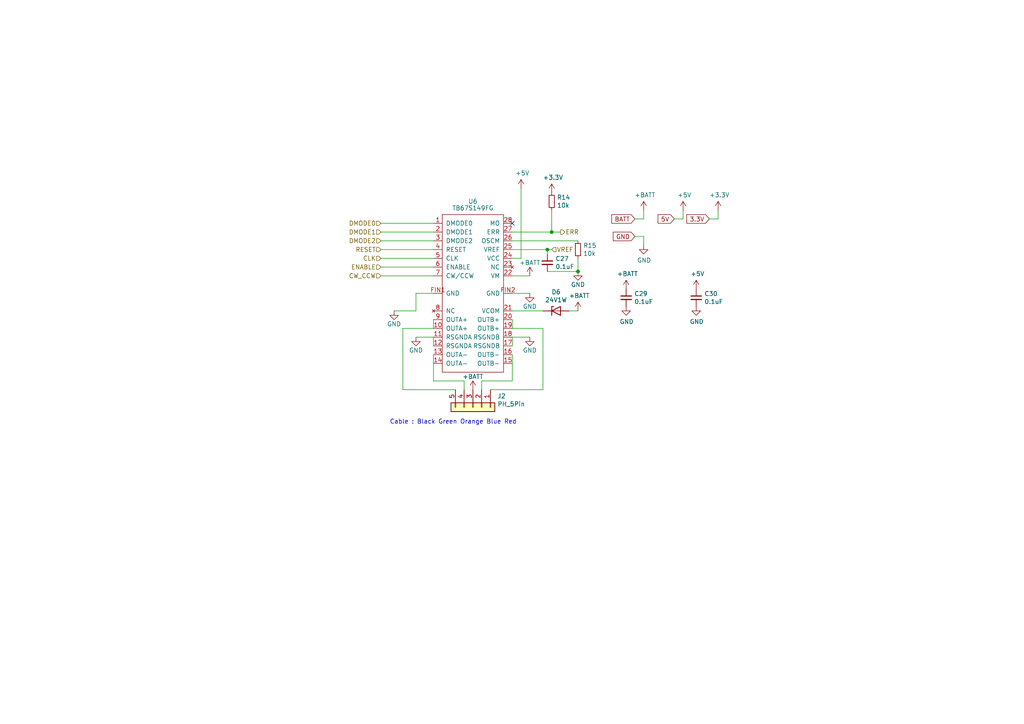
<source format=kicad_sch>
(kicad_sch (version 20211123) (generator eeschema)

  (uuid ef76a207-e8d3-4499-9e90-22e98df6330e)

  (paper "A4")

  (lib_symbols
    (symbol "Connector_Generic:Conn_01x05" (pin_names (offset 1.016) hide) (in_bom yes) (on_board yes)
      (property "Reference" "J" (id 0) (at 0 7.62 0)
        (effects (font (size 1.27 1.27)))
      )
      (property "Value" "Conn_01x05" (id 1) (at 0 -7.62 0)
        (effects (font (size 1.27 1.27)))
      )
      (property "Footprint" "" (id 2) (at 0 0 0)
        (effects (font (size 1.27 1.27)) hide)
      )
      (property "Datasheet" "~" (id 3) (at 0 0 0)
        (effects (font (size 1.27 1.27)) hide)
      )
      (property "ki_keywords" "connector" (id 4) (at 0 0 0)
        (effects (font (size 1.27 1.27)) hide)
      )
      (property "ki_description" "Generic connector, single row, 01x05, script generated (kicad-library-utils/schlib/autogen/connector/)" (id 5) (at 0 0 0)
        (effects (font (size 1.27 1.27)) hide)
      )
      (property "ki_fp_filters" "Connector*:*_1x??_*" (id 6) (at 0 0 0)
        (effects (font (size 1.27 1.27)) hide)
      )
      (symbol "Conn_01x05_1_1"
        (rectangle (start -1.27 -4.953) (end 0 -5.207)
          (stroke (width 0.1524) (type default) (color 0 0 0 0))
          (fill (type none))
        )
        (rectangle (start -1.27 -2.413) (end 0 -2.667)
          (stroke (width 0.1524) (type default) (color 0 0 0 0))
          (fill (type none))
        )
        (rectangle (start -1.27 0.127) (end 0 -0.127)
          (stroke (width 0.1524) (type default) (color 0 0 0 0))
          (fill (type none))
        )
        (rectangle (start -1.27 2.667) (end 0 2.413)
          (stroke (width 0.1524) (type default) (color 0 0 0 0))
          (fill (type none))
        )
        (rectangle (start -1.27 5.207) (end 0 4.953)
          (stroke (width 0.1524) (type default) (color 0 0 0 0))
          (fill (type none))
        )
        (rectangle (start -1.27 6.35) (end 1.27 -6.35)
          (stroke (width 0.254) (type default) (color 0 0 0 0))
          (fill (type background))
        )
        (pin passive line (at -5.08 5.08 0) (length 3.81)
          (name "Pin_1" (effects (font (size 1.27 1.27))))
          (number "1" (effects (font (size 1.27 1.27))))
        )
        (pin passive line (at -5.08 2.54 0) (length 3.81)
          (name "Pin_2" (effects (font (size 1.27 1.27))))
          (number "2" (effects (font (size 1.27 1.27))))
        )
        (pin passive line (at -5.08 0 0) (length 3.81)
          (name "Pin_3" (effects (font (size 1.27 1.27))))
          (number "3" (effects (font (size 1.27 1.27))))
        )
        (pin passive line (at -5.08 -2.54 0) (length 3.81)
          (name "Pin_4" (effects (font (size 1.27 1.27))))
          (number "4" (effects (font (size 1.27 1.27))))
        )
        (pin passive line (at -5.08 -5.08 0) (length 3.81)
          (name "Pin_5" (effects (font (size 1.27 1.27))))
          (number "5" (effects (font (size 1.27 1.27))))
        )
      )
    )
    (symbol "Device:C_Small" (pin_numbers hide) (pin_names (offset 0.254) hide) (in_bom yes) (on_board yes)
      (property "Reference" "C" (id 0) (at 0.254 1.778 0)
        (effects (font (size 1.27 1.27)) (justify left))
      )
      (property "Value" "C_Small" (id 1) (at 0.254 -2.032 0)
        (effects (font (size 1.27 1.27)) (justify left))
      )
      (property "Footprint" "" (id 2) (at 0 0 0)
        (effects (font (size 1.27 1.27)) hide)
      )
      (property "Datasheet" "~" (id 3) (at 0 0 0)
        (effects (font (size 1.27 1.27)) hide)
      )
      (property "ki_keywords" "capacitor cap" (id 4) (at 0 0 0)
        (effects (font (size 1.27 1.27)) hide)
      )
      (property "ki_description" "Unpolarized capacitor, small symbol" (id 5) (at 0 0 0)
        (effects (font (size 1.27 1.27)) hide)
      )
      (property "ki_fp_filters" "C_*" (id 6) (at 0 0 0)
        (effects (font (size 1.27 1.27)) hide)
      )
      (symbol "C_Small_0_1"
        (polyline
          (pts
            (xy -1.524 -0.508)
            (xy 1.524 -0.508)
          )
          (stroke (width 0.3302) (type default) (color 0 0 0 0))
          (fill (type none))
        )
        (polyline
          (pts
            (xy -1.524 0.508)
            (xy 1.524 0.508)
          )
          (stroke (width 0.3048) (type default) (color 0 0 0 0))
          (fill (type none))
        )
      )
      (symbol "C_Small_1_1"
        (pin passive line (at 0 2.54 270) (length 2.032)
          (name "~" (effects (font (size 1.27 1.27))))
          (number "1" (effects (font (size 1.27 1.27))))
        )
        (pin passive line (at 0 -2.54 90) (length 2.032)
          (name "~" (effects (font (size 1.27 1.27))))
          (number "2" (effects (font (size 1.27 1.27))))
        )
      )
    )
    (symbol "Device:D_Zener" (pin_numbers hide) (pin_names (offset 1.016) hide) (in_bom yes) (on_board yes)
      (property "Reference" "D" (id 0) (at 0 2.54 0)
        (effects (font (size 1.27 1.27)))
      )
      (property "Value" "D_Zener" (id 1) (at 0 -2.54 0)
        (effects (font (size 1.27 1.27)))
      )
      (property "Footprint" "" (id 2) (at 0 0 0)
        (effects (font (size 1.27 1.27)) hide)
      )
      (property "Datasheet" "~" (id 3) (at 0 0 0)
        (effects (font (size 1.27 1.27)) hide)
      )
      (property "ki_keywords" "diode" (id 4) (at 0 0 0)
        (effects (font (size 1.27 1.27)) hide)
      )
      (property "ki_description" "Zener diode" (id 5) (at 0 0 0)
        (effects (font (size 1.27 1.27)) hide)
      )
      (property "ki_fp_filters" "TO-???* *_Diode_* *SingleDiode* D_*" (id 6) (at 0 0 0)
        (effects (font (size 1.27 1.27)) hide)
      )
      (symbol "D_Zener_0_1"
        (polyline
          (pts
            (xy 1.27 0)
            (xy -1.27 0)
          )
          (stroke (width 0) (type default) (color 0 0 0 0))
          (fill (type none))
        )
        (polyline
          (pts
            (xy -1.27 -1.27)
            (xy -1.27 1.27)
            (xy -0.762 1.27)
          )
          (stroke (width 0.254) (type default) (color 0 0 0 0))
          (fill (type none))
        )
        (polyline
          (pts
            (xy 1.27 -1.27)
            (xy 1.27 1.27)
            (xy -1.27 0)
            (xy 1.27 -1.27)
          )
          (stroke (width 0.254) (type default) (color 0 0 0 0))
          (fill (type none))
        )
      )
      (symbol "D_Zener_1_1"
        (pin passive line (at -3.81 0 0) (length 2.54)
          (name "K" (effects (font (size 1.27 1.27))))
          (number "1" (effects (font (size 1.27 1.27))))
        )
        (pin passive line (at 3.81 0 180) (length 2.54)
          (name "A" (effects (font (size 1.27 1.27))))
          (number "2" (effects (font (size 1.27 1.27))))
        )
      )
    )
    (symbol "Device:R_Small" (pin_numbers hide) (pin_names (offset 0.254) hide) (in_bom yes) (on_board yes)
      (property "Reference" "R" (id 0) (at 0.762 0.508 0)
        (effects (font (size 1.27 1.27)) (justify left))
      )
      (property "Value" "R_Small" (id 1) (at 0.762 -1.016 0)
        (effects (font (size 1.27 1.27)) (justify left))
      )
      (property "Footprint" "" (id 2) (at 0 0 0)
        (effects (font (size 1.27 1.27)) hide)
      )
      (property "Datasheet" "~" (id 3) (at 0 0 0)
        (effects (font (size 1.27 1.27)) hide)
      )
      (property "ki_keywords" "R resistor" (id 4) (at 0 0 0)
        (effects (font (size 1.27 1.27)) hide)
      )
      (property "ki_description" "Resistor, small symbol" (id 5) (at 0 0 0)
        (effects (font (size 1.27 1.27)) hide)
      )
      (property "ki_fp_filters" "R_*" (id 6) (at 0 0 0)
        (effects (font (size 1.27 1.27)) hide)
      )
      (symbol "R_Small_0_1"
        (rectangle (start -0.762 1.778) (end 0.762 -1.778)
          (stroke (width 0.2032) (type default) (color 0 0 0 0))
          (fill (type none))
        )
      )
      (symbol "R_Small_1_1"
        (pin passive line (at 0 2.54 270) (length 0.762)
          (name "~" (effects (font (size 1.27 1.27))))
          (number "1" (effects (font (size 1.27 1.27))))
        )
        (pin passive line (at 0 -2.54 90) (length 0.762)
          (name "~" (effects (font (size 1.27 1.27))))
          (number "2" (effects (font (size 1.27 1.27))))
        )
      )
    )
    (symbol "MicroNaos:TB67S149FG" (pin_names (offset 1.016)) (in_bom yes) (on_board yes)
      (property "Reference" "U" (id 0) (at 0 26.67 0)
        (effects (font (size 1.27 1.27)))
      )
      (property "Value" "TB67S149FG" (id 1) (at 0 24.13 0)
        (effects (font (size 1.27 1.27)))
      )
      (property "Footprint" "" (id 2) (at -2.54 5.08 0)
        (effects (font (size 1.27 1.27)) hide)
      )
      (property "Datasheet" "" (id 3) (at -2.54 5.08 0)
        (effects (font (size 1.27 1.27)) hide)
      )
      (symbol "TB67S149FG_0_1"
        (rectangle (start -8.89 22.86) (end 8.89 -22.86)
          (stroke (width 0) (type default) (color 0 0 0 0))
          (fill (type none))
        )
      )
      (symbol "TB67S149FG_1_0"
        (pin passive line (at 11.43 -20.32 180) (length 2.54)
          (name "OUTB-" (effects (font (size 1.27 1.27))))
          (number "15" (effects (font (size 1.27 1.27))))
        )
        (pin output line (at 11.43 -17.78 180) (length 2.54)
          (name "OUTB-" (effects (font (size 1.27 1.27))))
          (number "16" (effects (font (size 1.27 1.27))))
        )
        (pin power_in line (at 11.43 -15.24 180) (length 2.54)
          (name "RSGNDB" (effects (font (size 1.27 1.27))))
          (number "17" (effects (font (size 1.27 1.27))))
        )
        (pin power_in line (at 11.43 -12.7 180) (length 2.54)
          (name "RSGNDB" (effects (font (size 1.27 1.27))))
          (number "18" (effects (font (size 1.27 1.27))))
        )
        (pin passive line (at 11.43 -10.16 180) (length 2.54)
          (name "OUTB+" (effects (font (size 1.27 1.27))))
          (number "19" (effects (font (size 1.27 1.27))))
        )
        (pin output line (at 11.43 -7.62 180) (length 2.54)
          (name "OUTB+" (effects (font (size 1.27 1.27))))
          (number "20" (effects (font (size 1.27 1.27))))
        )
        (pin input line (at 11.43 -5.08 180) (length 2.54)
          (name "VCOM" (effects (font (size 1.27 1.27))))
          (number "21" (effects (font (size 1.27 1.27))))
        )
        (pin power_in line (at 11.43 5.08 180) (length 2.54)
          (name "VM" (effects (font (size 1.27 1.27))))
          (number "22" (effects (font (size 1.27 1.27))))
        )
        (pin no_connect line (at 11.43 7.62 180) (length 2.54)
          (name "NC" (effects (font (size 1.27 1.27))))
          (number "23" (effects (font (size 1.27 1.27))))
        )
        (pin power_in line (at 11.43 10.16 180) (length 2.54)
          (name "VCC" (effects (font (size 1.27 1.27))))
          (number "24" (effects (font (size 1.27 1.27))))
        )
        (pin input line (at 11.43 12.7 180) (length 2.54)
          (name "VREF" (effects (font (size 1.27 1.27))))
          (number "25" (effects (font (size 1.27 1.27))))
        )
        (pin input line (at 11.43 15.24 180) (length 2.54)
          (name "OSCM" (effects (font (size 1.27 1.27))))
          (number "26" (effects (font (size 1.27 1.27))))
        )
        (pin open_collector line (at 11.43 17.78 180) (length 2.54)
          (name "ERR" (effects (font (size 1.27 1.27))))
          (number "27" (effects (font (size 1.27 1.27))))
        )
        (pin open_collector line (at 11.43 20.32 180) (length 2.54)
          (name "MO" (effects (font (size 1.27 1.27))))
          (number "28" (effects (font (size 1.27 1.27))))
        )
        (pin power_in line (at 11.43 0 180) (length 2.54)
          (name "GND" (effects (font (size 1.27 1.27))))
          (number "FIN2" (effects (font (size 1.27 1.27))))
        )
      )
      (symbol "TB67S149FG_1_1"
        (pin input line (at -11.43 20.32 0) (length 2.54)
          (name "DMODE0" (effects (font (size 1.27 1.27))))
          (number "1" (effects (font (size 1.27 1.27))))
        )
        (pin passive line (at -11.43 -10.16 0) (length 2.54)
          (name "OUTA+" (effects (font (size 1.27 1.27))))
          (number "10" (effects (font (size 1.27 1.27))))
        )
        (pin power_in line (at -11.43 -12.7 0) (length 2.54)
          (name "RSGNDA" (effects (font (size 1.27 1.27))))
          (number "11" (effects (font (size 1.27 1.27))))
        )
        (pin power_in line (at -11.43 -15.24 0) (length 2.54)
          (name "RSGNDA" (effects (font (size 1.27 1.27))))
          (number "12" (effects (font (size 1.27 1.27))))
        )
        (pin output line (at -11.43 -17.78 0) (length 2.54)
          (name "OUTA-" (effects (font (size 1.27 1.27))))
          (number "13" (effects (font (size 1.27 1.27))))
        )
        (pin passive line (at -11.43 -20.32 0) (length 2.54)
          (name "OUTA-" (effects (font (size 1.27 1.27))))
          (number "14" (effects (font (size 1.27 1.27))))
        )
        (pin input line (at -11.43 17.78 0) (length 2.54)
          (name "DMODE1" (effects (font (size 1.27 1.27))))
          (number "2" (effects (font (size 1.27 1.27))))
        )
        (pin input line (at -11.43 15.24 0) (length 2.54)
          (name "DMODE2" (effects (font (size 1.27 1.27))))
          (number "3" (effects (font (size 1.27 1.27))))
        )
        (pin input line (at -11.43 12.7 0) (length 2.54)
          (name "RESET" (effects (font (size 1.27 1.27))))
          (number "4" (effects (font (size 1.27 1.27))))
        )
        (pin input line (at -11.43 10.16 0) (length 2.54)
          (name "CLK" (effects (font (size 1.27 1.27))))
          (number "5" (effects (font (size 1.27 1.27))))
        )
        (pin input line (at -11.43 7.62 0) (length 2.54)
          (name "ENABLE" (effects (font (size 1.27 1.27))))
          (number "6" (effects (font (size 1.27 1.27))))
        )
        (pin input line (at -11.43 5.08 0) (length 2.54)
          (name "CW/CCW" (effects (font (size 1.27 1.27))))
          (number "7" (effects (font (size 1.27 1.27))))
        )
        (pin no_connect line (at -11.43 -5.08 0) (length 2.54)
          (name "NC" (effects (font (size 1.27 1.27))))
          (number "8" (effects (font (size 1.27 1.27))))
        )
        (pin output line (at -11.43 -7.62 0) (length 2.54)
          (name "OUTA+" (effects (font (size 1.27 1.27))))
          (number "9" (effects (font (size 1.27 1.27))))
        )
        (pin power_in line (at -11.43 0 0) (length 2.54)
          (name "GND" (effects (font (size 1.27 1.27))))
          (number "FIN1" (effects (font (size 1.27 1.27))))
        )
      )
    )
    (symbol "power:+3.3V" (power) (pin_names (offset 0)) (in_bom yes) (on_board yes)
      (property "Reference" "#PWR" (id 0) (at 0 -3.81 0)
        (effects (font (size 1.27 1.27)) hide)
      )
      (property "Value" "+3.3V" (id 1) (at 0 3.556 0)
        (effects (font (size 1.27 1.27)))
      )
      (property "Footprint" "" (id 2) (at 0 0 0)
        (effects (font (size 1.27 1.27)) hide)
      )
      (property "Datasheet" "" (id 3) (at 0 0 0)
        (effects (font (size 1.27 1.27)) hide)
      )
      (property "ki_keywords" "power-flag" (id 4) (at 0 0 0)
        (effects (font (size 1.27 1.27)) hide)
      )
      (property "ki_description" "Power symbol creates a global label with name \"+3.3V\"" (id 5) (at 0 0 0)
        (effects (font (size 1.27 1.27)) hide)
      )
      (symbol "+3.3V_0_1"
        (polyline
          (pts
            (xy -0.762 1.27)
            (xy 0 2.54)
          )
          (stroke (width 0) (type default) (color 0 0 0 0))
          (fill (type none))
        )
        (polyline
          (pts
            (xy 0 0)
            (xy 0 2.54)
          )
          (stroke (width 0) (type default) (color 0 0 0 0))
          (fill (type none))
        )
        (polyline
          (pts
            (xy 0 2.54)
            (xy 0.762 1.27)
          )
          (stroke (width 0) (type default) (color 0 0 0 0))
          (fill (type none))
        )
      )
      (symbol "+3.3V_1_1"
        (pin power_in line (at 0 0 90) (length 0) hide
          (name "+3.3V" (effects (font (size 1.27 1.27))))
          (number "1" (effects (font (size 1.27 1.27))))
        )
      )
    )
    (symbol "power:+5V" (power) (pin_names (offset 0)) (in_bom yes) (on_board yes)
      (property "Reference" "#PWR" (id 0) (at 0 -3.81 0)
        (effects (font (size 1.27 1.27)) hide)
      )
      (property "Value" "+5V" (id 1) (at 0 3.556 0)
        (effects (font (size 1.27 1.27)))
      )
      (property "Footprint" "" (id 2) (at 0 0 0)
        (effects (font (size 1.27 1.27)) hide)
      )
      (property "Datasheet" "" (id 3) (at 0 0 0)
        (effects (font (size 1.27 1.27)) hide)
      )
      (property "ki_keywords" "power-flag" (id 4) (at 0 0 0)
        (effects (font (size 1.27 1.27)) hide)
      )
      (property "ki_description" "Power symbol creates a global label with name \"+5V\"" (id 5) (at 0 0 0)
        (effects (font (size 1.27 1.27)) hide)
      )
      (symbol "+5V_0_1"
        (polyline
          (pts
            (xy -0.762 1.27)
            (xy 0 2.54)
          )
          (stroke (width 0) (type default) (color 0 0 0 0))
          (fill (type none))
        )
        (polyline
          (pts
            (xy 0 0)
            (xy 0 2.54)
          )
          (stroke (width 0) (type default) (color 0 0 0 0))
          (fill (type none))
        )
        (polyline
          (pts
            (xy 0 2.54)
            (xy 0.762 1.27)
          )
          (stroke (width 0) (type default) (color 0 0 0 0))
          (fill (type none))
        )
      )
      (symbol "+5V_1_1"
        (pin power_in line (at 0 0 90) (length 0) hide
          (name "+5V" (effects (font (size 1.27 1.27))))
          (number "1" (effects (font (size 1.27 1.27))))
        )
      )
    )
    (symbol "power:+BATT" (power) (pin_names (offset 0)) (in_bom yes) (on_board yes)
      (property "Reference" "#PWR" (id 0) (at 0 -3.81 0)
        (effects (font (size 1.27 1.27)) hide)
      )
      (property "Value" "+BATT" (id 1) (at 0 3.556 0)
        (effects (font (size 1.27 1.27)))
      )
      (property "Footprint" "" (id 2) (at 0 0 0)
        (effects (font (size 1.27 1.27)) hide)
      )
      (property "Datasheet" "" (id 3) (at 0 0 0)
        (effects (font (size 1.27 1.27)) hide)
      )
      (property "ki_keywords" "power-flag battery" (id 4) (at 0 0 0)
        (effects (font (size 1.27 1.27)) hide)
      )
      (property "ki_description" "Power symbol creates a global label with name \"+BATT\"" (id 5) (at 0 0 0)
        (effects (font (size 1.27 1.27)) hide)
      )
      (symbol "+BATT_0_1"
        (polyline
          (pts
            (xy -0.762 1.27)
            (xy 0 2.54)
          )
          (stroke (width 0) (type default) (color 0 0 0 0))
          (fill (type none))
        )
        (polyline
          (pts
            (xy 0 0)
            (xy 0 2.54)
          )
          (stroke (width 0) (type default) (color 0 0 0 0))
          (fill (type none))
        )
        (polyline
          (pts
            (xy 0 2.54)
            (xy 0.762 1.27)
          )
          (stroke (width 0) (type default) (color 0 0 0 0))
          (fill (type none))
        )
      )
      (symbol "+BATT_1_1"
        (pin power_in line (at 0 0 90) (length 0) hide
          (name "+BATT" (effects (font (size 1.27 1.27))))
          (number "1" (effects (font (size 1.27 1.27))))
        )
      )
    )
    (symbol "power:GND" (power) (pin_names (offset 0)) (in_bom yes) (on_board yes)
      (property "Reference" "#PWR" (id 0) (at 0 -6.35 0)
        (effects (font (size 1.27 1.27)) hide)
      )
      (property "Value" "GND" (id 1) (at 0 -3.81 0)
        (effects (font (size 1.27 1.27)))
      )
      (property "Footprint" "" (id 2) (at 0 0 0)
        (effects (font (size 1.27 1.27)) hide)
      )
      (property "Datasheet" "" (id 3) (at 0 0 0)
        (effects (font (size 1.27 1.27)) hide)
      )
      (property "ki_keywords" "power-flag" (id 4) (at 0 0 0)
        (effects (font (size 1.27 1.27)) hide)
      )
      (property "ki_description" "Power symbol creates a global label with name \"GND\" , ground" (id 5) (at 0 0 0)
        (effects (font (size 1.27 1.27)) hide)
      )
      (symbol "GND_0_1"
        (polyline
          (pts
            (xy 0 0)
            (xy 0 -1.27)
            (xy 1.27 -1.27)
            (xy 0 -2.54)
            (xy -1.27 -1.27)
            (xy 0 -1.27)
          )
          (stroke (width 0) (type default) (color 0 0 0 0))
          (fill (type none))
        )
      )
      (symbol "GND_1_1"
        (pin power_in line (at 0 0 270) (length 0) hide
          (name "GND" (effects (font (size 1.27 1.27))))
          (number "1" (effects (font (size 1.27 1.27))))
        )
      )
    )
  )

  (junction (at 167.64 78.74) (diameter 0) (color 0 0 0 0)
    (uuid 1e1a12d0-773f-49e8-b579-df835e03be39)
  )
  (junction (at 160.02 67.31) (diameter 0) (color 0 0 0 0)
    (uuid 5d5291ed-9f72-4c7a-9f8d-88fb02d6cf62)
  )
  (junction (at 158.75 72.39) (diameter 0) (color 0 0 0 0)
    (uuid e3c392d4-01c1-4ccd-9814-b86d122209ab)
  )

  (no_connect (at 148.59 64.77) (uuid 5afb7190-2e7f-4a99-bd1f-f9d445b5d482))

  (wire (pts (xy 134.62 110.49) (xy 134.62 113.03))
    (stroke (width 0) (type default) (color 0 0 0 0))
    (uuid 027e52c3-2d21-40ca-8684-57a40794b2f9)
  )
  (wire (pts (xy 148.59 72.39) (xy 158.75 72.39))
    (stroke (width 0) (type default) (color 0 0 0 0))
    (uuid 0502d2b1-670b-457c-9833-da761db1875d)
  )
  (wire (pts (xy 148.59 110.49) (xy 139.7 110.49))
    (stroke (width 0) (type default) (color 0 0 0 0))
    (uuid 09d21fd0-9eb9-4be9-9439-083b7d9c042b)
  )
  (wire (pts (xy 198.12 60.96) (xy 198.12 63.5))
    (stroke (width 0) (type default) (color 0 0 0 0))
    (uuid 0aea2710-9ffd-4a79-833e-ad4a3a454dec)
  )
  (wire (pts (xy 208.28 63.5) (xy 208.28 60.96))
    (stroke (width 0) (type default) (color 0 0 0 0))
    (uuid 0bc9b8a9-b733-4427-bd7c-f1ab27781c8c)
  )
  (wire (pts (xy 167.64 78.74) (xy 167.64 74.93))
    (stroke (width 0) (type default) (color 0 0 0 0))
    (uuid 0e704c21-4798-45c7-b6e8-36e8020db91c)
  )
  (wire (pts (xy 153.67 85.09) (xy 148.59 85.09))
    (stroke (width 0) (type default) (color 0 0 0 0))
    (uuid 0ff2c52b-655f-442c-9b25-918039b33af1)
  )
  (wire (pts (xy 120.65 97.79) (xy 125.73 97.79))
    (stroke (width 0) (type default) (color 0 0 0 0))
    (uuid 144103ed-59d5-418e-9ae5-471518f176f6)
  )
  (wire (pts (xy 148.59 100.33) (xy 148.59 97.79))
    (stroke (width 0) (type default) (color 0 0 0 0))
    (uuid 24dde39f-8d9b-4c5f-a299-9a0b97d919e5)
  )
  (wire (pts (xy 157.48 95.25) (xy 148.59 95.25))
    (stroke (width 0) (type default) (color 0 0 0 0))
    (uuid 264c7100-e936-4fbb-993b-79ca8b0fa540)
  )
  (wire (pts (xy 148.59 90.17) (xy 157.48 90.17))
    (stroke (width 0) (type default) (color 0 0 0 0))
    (uuid 26a7b087-4c9f-4310-ba20-75733f182c6d)
  )
  (wire (pts (xy 120.65 90.17) (xy 120.65 85.09))
    (stroke (width 0) (type default) (color 0 0 0 0))
    (uuid 26f17773-8579-46b3-9940-d469d3c7aa23)
  )
  (wire (pts (xy 160.02 60.96) (xy 160.02 67.31))
    (stroke (width 0) (type default) (color 0 0 0 0))
    (uuid 2d006209-6649-467b-b631-c01c608f0c6c)
  )
  (wire (pts (xy 110.49 74.93) (xy 125.73 74.93))
    (stroke (width 0) (type default) (color 0 0 0 0))
    (uuid 30c4dc6c-70c9-46e6-b4bf-69dc47722873)
  )
  (wire (pts (xy 148.59 74.93) (xy 151.13 74.93))
    (stroke (width 0) (type default) (color 0 0 0 0))
    (uuid 3174cadb-221b-43c9-80c6-ad18349aa013)
  )
  (wire (pts (xy 162.56 67.31) (xy 160.02 67.31))
    (stroke (width 0) (type default) (color 0 0 0 0))
    (uuid 46897e77-5fd7-45b0-afaa-72014ea7f273)
  )
  (wire (pts (xy 148.59 69.85) (xy 167.64 69.85))
    (stroke (width 0) (type default) (color 0 0 0 0))
    (uuid 4a463bcb-bc79-475f-be15-71d12c0ee49c)
  )
  (wire (pts (xy 157.48 113.03) (xy 157.48 95.25))
    (stroke (width 0) (type default) (color 0 0 0 0))
    (uuid 4bf9ba83-7d1c-432c-81ae-eeae02a44ce7)
  )
  (wire (pts (xy 186.69 63.5) (xy 184.15 63.5))
    (stroke (width 0) (type default) (color 0 0 0 0))
    (uuid 4c75fe71-5a1c-4f18-bc1d-25cf58799aa9)
  )
  (wire (pts (xy 186.69 71.12) (xy 186.69 68.58))
    (stroke (width 0) (type default) (color 0 0 0 0))
    (uuid 5ce453c0-570a-43bf-94a1-cb94e826b743)
  )
  (wire (pts (xy 139.7 110.49) (xy 139.7 113.03))
    (stroke (width 0) (type default) (color 0 0 0 0))
    (uuid 5d25d72a-705a-47e1-ab54-ad25a8dd1a04)
  )
  (wire (pts (xy 148.59 102.87) (xy 148.59 110.49))
    (stroke (width 0) (type default) (color 0 0 0 0))
    (uuid 5e1df8eb-208b-43ab-86c9-7bed7be0fe54)
  )
  (wire (pts (xy 167.64 90.17) (xy 165.1 90.17))
    (stroke (width 0) (type default) (color 0 0 0 0))
    (uuid 62af68ef-9b4e-4557-a79e-05411287f59a)
  )
  (wire (pts (xy 148.59 80.01) (xy 153.67 80.01))
    (stroke (width 0) (type default) (color 0 0 0 0))
    (uuid 6c6d33e4-e983-4554-8ce5-d97bbcb6934c)
  )
  (wire (pts (xy 110.49 67.31) (xy 125.73 67.31))
    (stroke (width 0) (type default) (color 0 0 0 0))
    (uuid 6d629e6d-9cd7-45d0-8a40-c3de61b089e2)
  )
  (wire (pts (xy 125.73 85.09) (xy 120.65 85.09))
    (stroke (width 0) (type default) (color 0 0 0 0))
    (uuid 72eb2f06-4531-4077-9db4-932b9722210f)
  )
  (wire (pts (xy 153.67 97.79) (xy 148.59 97.79))
    (stroke (width 0) (type default) (color 0 0 0 0))
    (uuid 73472d98-d8de-4875-ae84-a3e72043c1f6)
  )
  (wire (pts (xy 132.08 113.03) (xy 116.84 113.03))
    (stroke (width 0) (type default) (color 0 0 0 0))
    (uuid 776cf2b7-f4e3-43e5-aab9-dd789070dc68)
  )
  (wire (pts (xy 198.12 63.5) (xy 195.58 63.5))
    (stroke (width 0) (type default) (color 0 0 0 0))
    (uuid 78390c50-b077-49d2-b831-52ba88fdbd3e)
  )
  (wire (pts (xy 158.75 73.66) (xy 158.75 72.39))
    (stroke (width 0) (type default) (color 0 0 0 0))
    (uuid 7ce6577f-0b4c-4ced-8f4b-01dd873da559)
  )
  (wire (pts (xy 158.75 78.74) (xy 167.64 78.74))
    (stroke (width 0) (type default) (color 0 0 0 0))
    (uuid 96ab644c-2f5d-41fd-a307-b343c36da9ca)
  )
  (wire (pts (xy 125.73 110.49) (xy 134.62 110.49))
    (stroke (width 0) (type default) (color 0 0 0 0))
    (uuid a4a2662b-14c7-4ac3-bfdd-c3990c933444)
  )
  (wire (pts (xy 110.49 80.01) (xy 125.73 80.01))
    (stroke (width 0) (type default) (color 0 0 0 0))
    (uuid a5298a2d-4420-4343-9a70-da997c50e18e)
  )
  (wire (pts (xy 110.49 77.47) (xy 125.73 77.47))
    (stroke (width 0) (type default) (color 0 0 0 0))
    (uuid a8ebe345-ff67-4bd4-916f-31fe9ff081f8)
  )
  (wire (pts (xy 148.59 67.31) (xy 160.02 67.31))
    (stroke (width 0) (type default) (color 0 0 0 0))
    (uuid aa598b61-c335-44b0-83a2-2ff43316e3de)
  )
  (wire (pts (xy 205.74 63.5) (xy 208.28 63.5))
    (stroke (width 0) (type default) (color 0 0 0 0))
    (uuid cb8cc4fc-84ca-4c08-87bb-736e0ac5607f)
  )
  (wire (pts (xy 110.49 72.39) (xy 125.73 72.39))
    (stroke (width 0) (type default) (color 0 0 0 0))
    (uuid ce40d613-a4c6-43df-9c80-516932729de9)
  )
  (wire (pts (xy 110.49 64.77) (xy 125.73 64.77))
    (stroke (width 0) (type default) (color 0 0 0 0))
    (uuid d1c4cf23-c00c-46d2-af41-bd443d442aa2)
  )
  (wire (pts (xy 148.59 95.25) (xy 148.59 92.71))
    (stroke (width 0) (type default) (color 0 0 0 0))
    (uuid d575e1b6-3430-41fe-96bd-0ba38d146f5a)
  )
  (wire (pts (xy 142.24 113.03) (xy 157.48 113.03))
    (stroke (width 0) (type default) (color 0 0 0 0))
    (uuid daf0df61-302d-4f5f-ad9e-9b65d1ffe893)
  )
  (wire (pts (xy 125.73 97.79) (xy 125.73 100.33))
    (stroke (width 0) (type default) (color 0 0 0 0))
    (uuid dd0cce98-17b2-49a9-b8a9-70e898c87c6a)
  )
  (wire (pts (xy 158.75 72.39) (xy 160.02 72.39))
    (stroke (width 0) (type default) (color 0 0 0 0))
    (uuid e31c23b3-a5a5-4b94-b1dd-f0594a99eba2)
  )
  (wire (pts (xy 125.73 92.71) (xy 125.73 95.25))
    (stroke (width 0) (type default) (color 0 0 0 0))
    (uuid e47bc0f1-ffc3-4fdb-b5de-a2ac195fb90f)
  )
  (wire (pts (xy 116.84 95.25) (xy 125.73 95.25))
    (stroke (width 0) (type default) (color 0 0 0 0))
    (uuid e6e776a0-2043-4537-9176-3161bbd23d21)
  )
  (wire (pts (xy 114.3 90.17) (xy 120.65 90.17))
    (stroke (width 0) (type default) (color 0 0 0 0))
    (uuid ed60910c-4f85-4d7e-8104-960c049bd720)
  )
  (wire (pts (xy 116.84 113.03) (xy 116.84 95.25))
    (stroke (width 0) (type default) (color 0 0 0 0))
    (uuid eed87b1c-eaaf-472b-8d48-c090d33fb0ae)
  )
  (wire (pts (xy 151.13 54.61) (xy 151.13 74.93))
    (stroke (width 0) (type default) (color 0 0 0 0))
    (uuid efa6e81e-82d7-436b-8632-b272ae1268b6)
  )
  (wire (pts (xy 186.69 68.58) (xy 184.15 68.58))
    (stroke (width 0) (type default) (color 0 0 0 0))
    (uuid f44438f6-8901-480b-ac1a-08aeaf80574e)
  )
  (wire (pts (xy 186.69 60.96) (xy 186.69 63.5))
    (stroke (width 0) (type default) (color 0 0 0 0))
    (uuid f859a62f-1554-422c-ba03-fe7a7e07f661)
  )
  (wire (pts (xy 125.73 102.87) (xy 125.73 110.49))
    (stroke (width 0) (type default) (color 0 0 0 0))
    (uuid f8eadec9-ce21-4825-955d-9a638d55b884)
  )
  (wire (pts (xy 110.49 69.85) (xy 125.73 69.85))
    (stroke (width 0) (type default) (color 0 0 0 0))
    (uuid ffcc000b-d8a4-4ebf-bb2d-0748dd0ba03b)
  )

  (text "Cable : Black Green Orange Blue Red" (at 113.03 123.19 0)
    (effects (font (size 1.27 1.27)) (justify left bottom))
    (uuid 37fcfde2-38a4-4354-b049-b6fdcddecbc3)
  )

  (global_label "5V" (shape input) (at 195.58 63.5 180) (fields_autoplaced)
    (effects (font (size 1.27 1.27)) (justify right))
    (uuid 1aa3c0b0-fa0f-4cf2-aaa9-de25149df4d4)
    (property "Intersheet References" "${INTERSHEET_REFS}" (id 0) (at 0 0 0)
      (effects (font (size 1.27 1.27)) hide)
    )
  )
  (global_label "GND" (shape input) (at 184.15 68.58 180) (fields_autoplaced)
    (effects (font (size 1.27 1.27)) (justify right))
    (uuid 4e25938b-3d45-4231-8d6a-ab987eea4e3e)
    (property "Intersheet References" "${INTERSHEET_REFS}" (id 0) (at 0 0 0)
      (effects (font (size 1.27 1.27)) hide)
    )
  )
  (global_label "BATT" (shape input) (at 184.15 63.5 180) (fields_autoplaced)
    (effects (font (size 1.27 1.27)) (justify right))
    (uuid b79c4b0b-b89b-49bf-929b-8589b7a490f0)
    (property "Intersheet References" "${INTERSHEET_REFS}" (id 0) (at 0 0 0)
      (effects (font (size 1.27 1.27)) hide)
    )
  )
  (global_label "3.3V" (shape input) (at 205.74 63.5 180) (fields_autoplaced)
    (effects (font (size 1.27 1.27)) (justify right))
    (uuid e8344553-4d3c-4e12-92e6-58fabeaf4be6)
    (property "Intersheet References" "${INTERSHEET_REFS}" (id 0) (at 0 0 0)
      (effects (font (size 1.27 1.27)) hide)
    )
  )

  (hierarchical_label "VREF" (shape input) (at 160.02 72.39 0)
    (effects (font (size 1.27 1.27)) (justify left))
    (uuid 07f01842-e2ad-496d-91ad-5d7678927044)
  )
  (hierarchical_label "CLK" (shape input) (at 110.49 74.93 180)
    (effects (font (size 1.27 1.27)) (justify right))
    (uuid 2699fced-788c-4070-88a0-ca915e825f23)
  )
  (hierarchical_label "RESET" (shape input) (at 110.49 72.39 180)
    (effects (font (size 1.27 1.27)) (justify right))
    (uuid 2a3467ef-db04-4ce8-be40-973322478316)
  )
  (hierarchical_label "CW_CCW" (shape input) (at 110.49 80.01 180)
    (effects (font (size 1.27 1.27)) (justify right))
    (uuid 3dda9792-90a8-4730-8722-126716259c32)
  )
  (hierarchical_label "DMODE1" (shape input) (at 110.49 67.31 180)
    (effects (font (size 1.27 1.27)) (justify right))
    (uuid 74c0abaa-7672-4223-a330-c0281d035282)
  )
  (hierarchical_label "DMODE0" (shape input) (at 110.49 64.77 180)
    (effects (font (size 1.27 1.27)) (justify right))
    (uuid 78f49945-9c3f-4701-b542-d95aa9882076)
  )
  (hierarchical_label "ERR" (shape output) (at 162.56 67.31 0)
    (effects (font (size 1.27 1.27)) (justify left))
    (uuid b6d3df73-d628-4308-a2fe-1f391cb85ae5)
  )
  (hierarchical_label "DMODE2" (shape input) (at 110.49 69.85 180)
    (effects (font (size 1.27 1.27)) (justify right))
    (uuid e2d36a32-f1ff-4db4-8dbc-c82ab1926c36)
  )
  (hierarchical_label "ENABLE" (shape input) (at 110.49 77.47 180)
    (effects (font (size 1.27 1.27)) (justify right))
    (uuid f7ab4c57-e7e8-40ac-bd22-b9019cef975b)
  )

  (symbol (lib_id "MicroNaos:TB67S149FG") (at 137.16 85.09 0) (unit 1)
    (in_bom yes) (on_board yes)
    (uuid 00000000-0000-0000-0000-00005c8b431c)
    (property "Reference" "U6" (id 0) (at 137.16 58.42 0))
    (property "Value" "TB67S149FG" (id 1) (at 137.16 60.3504 0))
    (property "Footprint" "Micromouse:HSOP28-P-0450-0.80" (id 2) (at 134.62 80.01 0)
      (effects (font (size 1.27 1.27)) hide)
    )
    (property "Datasheet" "" (id 3) (at 134.62 80.01 0)
      (effects (font (size 1.27 1.27)) hide)
    )
    (pin "15" (uuid 3f4a4f5e-cfd8-4c0d-ad2a-696b964550ef))
    (pin "16" (uuid 02c37943-ae9e-441b-86a7-60cfc7bc2f36))
    (pin "17" (uuid 135fb606-334e-414b-b81e-96b4bd75cc63))
    (pin "18" (uuid ba0f3167-b25f-411d-9d4e-6a1316818703))
    (pin "19" (uuid 943a6f98-132a-4df8-8573-6629ec29fb92))
    (pin "20" (uuid ff8247c1-33e8-4adf-9431-4aa37b598353))
    (pin "21" (uuid f1a1fecc-547c-459d-980b-05cac8d0cc69))
    (pin "22" (uuid 09078b56-7ef4-4965-9320-a485534cb4b9))
    (pin "23" (uuid b4422731-1725-4e1e-abb8-32d58d4f4f4e))
    (pin "24" (uuid 0b378513-2edd-4c66-bccd-251ae4c91a4e))
    (pin "25" (uuid e00ee76d-e04c-41cb-9051-f249fc870e34))
    (pin "26" (uuid 36a6b783-1ca4-4e85-810f-9f96988d6a7e))
    (pin "27" (uuid 203d475b-a392-4416-9fc6-ec1c88db15b4))
    (pin "28" (uuid 2e1f2cca-1e08-4ea6-98cc-ae7b66cede8b))
    (pin "FIN2" (uuid dc7807b4-4f9f-4dab-9b08-ad47f99d6c09))
    (pin "1" (uuid 2993e7e6-089a-4ee3-83a3-033ddd55cc3e))
    (pin "10" (uuid 534933d5-f010-43ef-80aa-a23154c14b42))
    (pin "11" (uuid c93ea6f5-1031-4b18-b4dd-41e11bcb8512))
    (pin "12" (uuid c8cd12fe-72d5-4086-bb1f-820008cf96c7))
    (pin "13" (uuid d96783bf-ef03-4262-8232-a5175edeeb2c))
    (pin "14" (uuid 1e4bd2b1-5bd8-4972-b881-1d5f57635135))
    (pin "2" (uuid 6d4c8f1f-9a7c-4c42-9298-994b825151fa))
    (pin "3" (uuid 91162d83-fbf4-4d08-a58a-46b9769c53fa))
    (pin "4" (uuid b3e15ab5-fdc1-4807-93db-cfb3af933e1a))
    (pin "5" (uuid fc1df759-f52b-4c2b-8341-4b85d40e534c))
    (pin "6" (uuid 870a7497-8b4d-4214-82b5-96b1a54b7bae))
    (pin "7" (uuid 94703926-1700-4b79-8ae8-baedc91b9a4a))
    (pin "8" (uuid 39308494-6198-48b7-84bd-d1c44a8f31c9))
    (pin "9" (uuid c1baae8d-dcae-4180-8b32-cca7b207230a))
    (pin "FIN1" (uuid 468e3e36-05b6-42a0-ba92-55624ec3770c))
  )

  (symbol (lib_id "power:GND") (at 153.67 97.79 0) (unit 1)
    (in_bom yes) (on_board yes)
    (uuid 00000000-0000-0000-0000-00005c8b457a)
    (property "Reference" "#PWR033" (id 0) (at 153.67 104.14 0)
      (effects (font (size 1.27 1.27)) hide)
    )
    (property "Value" "GND" (id 1) (at 153.67 101.6 0))
    (property "Footprint" "" (id 2) (at 153.67 97.79 0)
      (effects (font (size 1.27 1.27)) hide)
    )
    (property "Datasheet" "" (id 3) (at 153.67 97.79 0)
      (effects (font (size 1.27 1.27)) hide)
    )
    (pin "1" (uuid 03a75459-10b1-4af9-ac3b-256a75dd31c5))
  )

  (symbol (lib_id "power:GND") (at 120.65 97.79 0) (unit 1)
    (in_bom yes) (on_board yes)
    (uuid 00000000-0000-0000-0000-00005c8b45ef)
    (property "Reference" "#PWR028" (id 0) (at 120.65 104.14 0)
      (effects (font (size 1.27 1.27)) hide)
    )
    (property "Value" "GND" (id 1) (at 120.65 101.6 0))
    (property "Footprint" "" (id 2) (at 120.65 97.79 0)
      (effects (font (size 1.27 1.27)) hide)
    )
    (property "Datasheet" "" (id 3) (at 120.65 97.79 0)
      (effects (font (size 1.27 1.27)) hide)
    )
    (pin "1" (uuid 80968e94-88ce-43d6-916c-63d558936880))
  )

  (symbol (lib_id "power:GND") (at 153.67 85.09 0) (unit 1)
    (in_bom yes) (on_board yes)
    (uuid 00000000-0000-0000-0000-00005c8b4709)
    (property "Reference" "#PWR032" (id 0) (at 153.67 91.44 0)
      (effects (font (size 1.27 1.27)) hide)
    )
    (property "Value" "GND" (id 1) (at 153.67 88.9 0))
    (property "Footprint" "" (id 2) (at 153.67 85.09 0)
      (effects (font (size 1.27 1.27)) hide)
    )
    (property "Datasheet" "" (id 3) (at 153.67 85.09 0)
      (effects (font (size 1.27 1.27)) hide)
    )
    (pin "1" (uuid 074b270d-da8c-4da4-a870-9be25654848a))
  )

  (symbol (lib_id "power:GND") (at 114.3 90.17 0) (unit 1)
    (in_bom yes) (on_board yes)
    (uuid 00000000-0000-0000-0000-00005c8b4716)
    (property "Reference" "#PWR027" (id 0) (at 114.3 96.52 0)
      (effects (font (size 1.27 1.27)) hide)
    )
    (property "Value" "GND" (id 1) (at 114.3 93.98 0))
    (property "Footprint" "" (id 2) (at 114.3 90.17 0)
      (effects (font (size 1.27 1.27)) hide)
    )
    (property "Datasheet" "" (id 3) (at 114.3 90.17 0)
      (effects (font (size 1.27 1.27)) hide)
    )
    (pin "1" (uuid 578d5709-2327-4e3c-be0f-118929d67323))
  )

  (symbol (lib_id "power:+5V") (at 151.13 54.61 0) (unit 1)
    (in_bom yes) (on_board yes)
    (uuid 00000000-0000-0000-0000-00005c8b49b5)
    (property "Reference" "#PWR031" (id 0) (at 151.13 58.42 0)
      (effects (font (size 1.27 1.27)) hide)
    )
    (property "Value" "+5V" (id 1) (at 151.511 50.2158 0))
    (property "Footprint" "" (id 2) (at 151.13 54.61 0)
      (effects (font (size 1.27 1.27)) hide)
    )
    (property "Datasheet" "" (id 3) (at 151.13 54.61 0)
      (effects (font (size 1.27 1.27)) hide)
    )
    (pin "1" (uuid 810becf8-4377-4c93-be1f-19d2a0959081))
  )

  (symbol (lib_id "Device:R_Small") (at 160.02 58.42 0) (unit 1)
    (in_bom yes) (on_board yes)
    (uuid 00000000-0000-0000-0000-00005c8b4b42)
    (property "Reference" "R14" (id 0) (at 161.5186 57.2516 0)
      (effects (font (size 1.27 1.27)) (justify left))
    )
    (property "Value" "10k" (id 1) (at 161.5186 59.563 0)
      (effects (font (size 1.27 1.27)) (justify left))
    )
    (property "Footprint" "Resistor_SMD:R_0603_1608Metric_Pad1.05x0.95mm_HandSolder" (id 2) (at 160.02 58.42 0)
      (effects (font (size 1.27 1.27)) hide)
    )
    (property "Datasheet" "~" (id 3) (at 160.02 58.42 0)
      (effects (font (size 1.27 1.27)) hide)
    )
    (pin "1" (uuid 75340f06-b84c-4ea2-a3e1-e8dcf57b6479))
    (pin "2" (uuid 9744ecfa-7635-4770-92e0-4afe2ffddaf4))
  )

  (symbol (lib_id "Device:R_Small") (at 167.64 72.39 0) (unit 1)
    (in_bom yes) (on_board yes)
    (uuid 00000000-0000-0000-0000-00005c8b5d3e)
    (property "Reference" "R15" (id 0) (at 169.1386 71.2216 0)
      (effects (font (size 1.27 1.27)) (justify left))
    )
    (property "Value" "10k" (id 1) (at 169.1386 73.533 0)
      (effects (font (size 1.27 1.27)) (justify left))
    )
    (property "Footprint" "Resistor_SMD:R_0603_1608Metric_Pad1.05x0.95mm_HandSolder" (id 2) (at 167.64 72.39 0)
      (effects (font (size 1.27 1.27)) hide)
    )
    (property "Datasheet" "~" (id 3) (at 167.64 72.39 0)
      (effects (font (size 1.27 1.27)) hide)
    )
    (pin "1" (uuid e3175410-17d1-44b8-82b0-2e4fdb96afb4))
    (pin "2" (uuid 393c423e-7a85-4ada-a922-5127e4cb43d9))
  )

  (symbol (lib_id "power:GND") (at 167.64 78.74 0) (unit 1)
    (in_bom yes) (on_board yes)
    (uuid 00000000-0000-0000-0000-00005c8b5f7f)
    (property "Reference" "#PWR035" (id 0) (at 167.64 85.09 0)
      (effects (font (size 1.27 1.27)) hide)
    )
    (property "Value" "GND" (id 1) (at 167.64 82.55 0))
    (property "Footprint" "" (id 2) (at 167.64 78.74 0)
      (effects (font (size 1.27 1.27)) hide)
    )
    (property "Datasheet" "" (id 3) (at 167.64 78.74 0)
      (effects (font (size 1.27 1.27)) hide)
    )
    (pin "1" (uuid b99ae987-d227-408e-9e04-aec8af517ec0))
  )

  (symbol (lib_id "power:+BATT") (at 153.67 80.01 0) (unit 1)
    (in_bom yes) (on_board yes)
    (uuid 00000000-0000-0000-0000-00005c8b5f92)
    (property "Reference" "#PWR034" (id 0) (at 153.67 83.82 0)
      (effects (font (size 1.27 1.27)) hide)
    )
    (property "Value" "+BATT" (id 1) (at 153.67 76.2 0))
    (property "Footprint" "" (id 2) (at 153.67 80.01 0)
      (effects (font (size 1.27 1.27)) hide)
    )
    (property "Datasheet" "" (id 3) (at 153.67 80.01 0)
      (effects (font (size 1.27 1.27)) hide)
    )
    (pin "1" (uuid cfbd66e8-b8a2-4169-ba52-615eabbd5003))
  )

  (symbol (lib_id "Device:D_Zener") (at 161.29 90.17 0) (unit 1)
    (in_bom yes) (on_board yes)
    (uuid 00000000-0000-0000-0000-00005c8b6431)
    (property "Reference" "D6" (id 0) (at 161.29 84.6836 0))
    (property "Value" "24V1W" (id 1) (at 161.29 86.995 0))
    (property "Footprint" "PTVS3V3P1UP_115:SOD128" (id 2) (at 161.29 90.17 0)
      (effects (font (size 1.27 1.27)) hide)
    )
    (property "Datasheet" "~" (id 3) (at 161.29 90.17 0)
      (effects (font (size 1.27 1.27)) hide)
    )
    (pin "1" (uuid 018ca49f-3137-495a-867a-4dd6b2a5c8ec))
    (pin "2" (uuid c3d54ccc-10a1-4c52-919c-fb4543ca33bb))
  )

  (symbol (lib_id "power:+BATT") (at 167.64 90.17 0) (unit 1)
    (in_bom yes) (on_board yes)
    (uuid 00000000-0000-0000-0000-00005c8b66da)
    (property "Reference" "#PWR036" (id 0) (at 167.64 93.98 0)
      (effects (font (size 1.27 1.27)) hide)
    )
    (property "Value" "+BATT" (id 1) (at 168.021 85.7758 0))
    (property "Footprint" "" (id 2) (at 167.64 90.17 0)
      (effects (font (size 1.27 1.27)) hide)
    )
    (property "Datasheet" "" (id 3) (at 167.64 90.17 0)
      (effects (font (size 1.27 1.27)) hide)
    )
    (pin "1" (uuid 031bb8cf-1940-4496-8e88-41d55d48a5fc))
  )

  (symbol (lib_id "power:+BATT") (at 186.69 60.96 0) (unit 1)
    (in_bom yes) (on_board yes)
    (uuid 00000000-0000-0000-0000-00005c8c1588)
    (property "Reference" "#PWR037" (id 0) (at 186.69 64.77 0)
      (effects (font (size 1.27 1.27)) hide)
    )
    (property "Value" "+BATT" (id 1) (at 187.071 56.5658 0))
    (property "Footprint" "" (id 2) (at 186.69 60.96 0)
      (effects (font (size 1.27 1.27)) hide)
    )
    (property "Datasheet" "" (id 3) (at 186.69 60.96 0)
      (effects (font (size 1.27 1.27)) hide)
    )
    (pin "1" (uuid 17d09d52-bc33-43bf-aade-930b1d444592))
  )

  (symbol (lib_id "power:+5V") (at 198.12 60.96 0) (unit 1)
    (in_bom yes) (on_board yes)
    (uuid 00000000-0000-0000-0000-00005c8c15c2)
    (property "Reference" "#PWR039" (id 0) (at 198.12 64.77 0)
      (effects (font (size 1.27 1.27)) hide)
    )
    (property "Value" "+5V" (id 1) (at 198.501 56.5658 0))
    (property "Footprint" "" (id 2) (at 198.12 60.96 0)
      (effects (font (size 1.27 1.27)) hide)
    )
    (property "Datasheet" "" (id 3) (at 198.12 60.96 0)
      (effects (font (size 1.27 1.27)) hide)
    )
    (pin "1" (uuid eda32b50-d4be-4c32-ac8c-acb4c5fa0eca))
  )

  (symbol (lib_id "power:GND") (at 186.69 71.12 0) (unit 1)
    (in_bom yes) (on_board yes)
    (uuid 00000000-0000-0000-0000-00005c8c1603)
    (property "Reference" "#PWR038" (id 0) (at 186.69 77.47 0)
      (effects (font (size 1.27 1.27)) hide)
    )
    (property "Value" "GND" (id 1) (at 186.817 75.5142 0))
    (property "Footprint" "" (id 2) (at 186.69 71.12 0)
      (effects (font (size 1.27 1.27)) hide)
    )
    (property "Datasheet" "" (id 3) (at 186.69 71.12 0)
      (effects (font (size 1.27 1.27)) hide)
    )
    (pin "1" (uuid 2d3181e1-15c6-4980-b1b2-0453191f2a9a))
  )

  (symbol (lib_id "Connector_Generic:Conn_01x05") (at 137.16 118.11 270) (unit 1)
    (in_bom yes) (on_board yes)
    (uuid 00000000-0000-0000-0000-00005c8cc53c)
    (property "Reference" "J2" (id 0) (at 144.272 114.8842 90)
      (effects (font (size 1.27 1.27)) (justify left))
    )
    (property "Value" "PH_5Pin" (id 1) (at 144.272 117.1956 90)
      (effects (font (size 1.27 1.27)) (justify left))
    )
    (property "Footprint" "Connector_JST:JST_PH_B5B-PH-K_1x05_P2.00mm_Vertical" (id 2) (at 137.16 118.11 0)
      (effects (font (size 1.27 1.27)) hide)
    )
    (property "Datasheet" "~" (id 3) (at 137.16 118.11 0)
      (effects (font (size 1.27 1.27)) hide)
    )
    (pin "1" (uuid 6cac5ab3-1cea-4199-a378-53dd752a1ede))
    (pin "2" (uuid baba21de-21d9-4006-a446-c39c7721d293))
    (pin "3" (uuid ea86d109-3c54-42e4-960f-280c8189673e))
    (pin "4" (uuid 7e5e3e3e-1bd3-4f4f-a868-2c28dda230be))
    (pin "5" (uuid 37c97524-92de-4ac4-9b1d-5d54e4d95ad8))
  )

  (symbol (lib_id "power:+BATT") (at 137.16 113.03 0) (unit 1)
    (in_bom yes) (on_board yes)
    (uuid 00000000-0000-0000-0000-00005c8cf392)
    (property "Reference" "#PWR030" (id 0) (at 137.16 116.84 0)
      (effects (font (size 1.27 1.27)) hide)
    )
    (property "Value" "+BATT" (id 1) (at 137.16 109.22 0))
    (property "Footprint" "" (id 2) (at 137.16 113.03 0)
      (effects (font (size 1.27 1.27)) hide)
    )
    (property "Datasheet" "" (id 3) (at 137.16 113.03 0)
      (effects (font (size 1.27 1.27)) hide)
    )
    (pin "1" (uuid 9031d673-dd3d-46ec-9514-800bc5b0d0b3))
  )

  (symbol (lib_id "power:+3.3V") (at 208.28 60.96 0) (unit 1)
    (in_bom yes) (on_board yes)
    (uuid 00000000-0000-0000-0000-00005c8e11f9)
    (property "Reference" "#PWR040" (id 0) (at 208.28 64.77 0)
      (effects (font (size 1.27 1.27)) hide)
    )
    (property "Value" "+3.3V" (id 1) (at 208.661 56.5658 0))
    (property "Footprint" "" (id 2) (at 208.28 60.96 0)
      (effects (font (size 1.27 1.27)) hide)
    )
    (property "Datasheet" "" (id 3) (at 208.28 60.96 0)
      (effects (font (size 1.27 1.27)) hide)
    )
    (pin "1" (uuid 64452410-fdc8-496d-bf88-e3debb6dc68e))
  )

  (symbol (lib_id "power:+3.3V") (at 160.02 55.88 0) (unit 1)
    (in_bom yes) (on_board yes)
    (uuid 00000000-0000-0000-0000-00005c8e1219)
    (property "Reference" "#PWR029" (id 0) (at 160.02 59.69 0)
      (effects (font (size 1.27 1.27)) hide)
    )
    (property "Value" "+3.3V" (id 1) (at 160.401 51.4858 0))
    (property "Footprint" "" (id 2) (at 160.02 55.88 0)
      (effects (font (size 1.27 1.27)) hide)
    )
    (property "Datasheet" "" (id 3) (at 160.02 55.88 0)
      (effects (font (size 1.27 1.27)) hide)
    )
    (pin "1" (uuid ad1c7f6b-b56a-4d34-892b-5292d34df332))
  )

  (symbol (lib_id "power:+BATT") (at 181.61 83.82 0) (unit 1)
    (in_bom yes) (on_board yes)
    (uuid 00000000-0000-0000-0000-00005d6a8b34)
    (property "Reference" "#PWR0111" (id 0) (at 181.61 87.63 0)
      (effects (font (size 1.27 1.27)) hide)
    )
    (property "Value" "+BATT" (id 1) (at 181.991 79.4258 0))
    (property "Footprint" "" (id 2) (at 181.61 83.82 0)
      (effects (font (size 1.27 1.27)) hide)
    )
    (property "Datasheet" "" (id 3) (at 181.61 83.82 0)
      (effects (font (size 1.27 1.27)) hide)
    )
    (pin "1" (uuid 42bcd046-be1c-4a2d-9ed2-1de9d8a10a16))
  )

  (symbol (lib_id "power:GND") (at 181.61 88.9 0) (unit 1)
    (in_bom yes) (on_board yes)
    (uuid 00000000-0000-0000-0000-00005d6a8b6f)
    (property "Reference" "#PWR0112" (id 0) (at 181.61 95.25 0)
      (effects (font (size 1.27 1.27)) hide)
    )
    (property "Value" "GND" (id 1) (at 181.737 93.2942 0))
    (property "Footprint" "" (id 2) (at 181.61 88.9 0)
      (effects (font (size 1.27 1.27)) hide)
    )
    (property "Datasheet" "" (id 3) (at 181.61 88.9 0)
      (effects (font (size 1.27 1.27)) hide)
    )
    (pin "1" (uuid 2500fa3b-80fc-4a1e-874e-fb950868da71))
  )

  (symbol (lib_id "Device:C_Small") (at 181.61 86.36 0) (unit 1)
    (in_bom yes) (on_board yes)
    (uuid 00000000-0000-0000-0000-00005d6a8bf2)
    (property "Reference" "C29" (id 0) (at 183.9468 85.1916 0)
      (effects (font (size 1.27 1.27)) (justify left))
    )
    (property "Value" "0.1uF" (id 1) (at 183.9468 87.503 0)
      (effects (font (size 1.27 1.27)) (justify left))
    )
    (property "Footprint" "Capacitor_SMD:C_0603_1608Metric_Pad1.05x0.95mm_HandSolder" (id 2) (at 181.61 86.36 0)
      (effects (font (size 1.27 1.27)) hide)
    )
    (property "Datasheet" "~" (id 3) (at 181.61 86.36 0)
      (effects (font (size 1.27 1.27)) hide)
    )
    (pin "1" (uuid cf47e564-4ede-4913-9e0c-11127722ea5b))
    (pin "2" (uuid 833b1028-11fe-47ea-90ae-096a521010c2))
  )

  (symbol (lib_id "Device:C_Small") (at 158.75 76.2 0) (unit 1)
    (in_bom yes) (on_board yes)
    (uuid 00000000-0000-0000-0000-00005d6aecca)
    (property "Reference" "C27" (id 0) (at 161.0868 75.0316 0)
      (effects (font (size 1.27 1.27)) (justify left))
    )
    (property "Value" "0.1uF" (id 1) (at 161.0868 77.343 0)
      (effects (font (size 1.27 1.27)) (justify left))
    )
    (property "Footprint" "Capacitor_SMD:C_0603_1608Metric_Pad1.05x0.95mm_HandSolder" (id 2) (at 158.75 76.2 0)
      (effects (font (size 1.27 1.27)) hide)
    )
    (property "Datasheet" "~" (id 3) (at 158.75 76.2 0)
      (effects (font (size 1.27 1.27)) hide)
    )
    (pin "1" (uuid 4f4d32d8-71d3-48f9-80c0-ec61824c7c33))
    (pin "2" (uuid 1cf77ff3-4dac-48b3-8d26-8cab9d26c475))
  )

  (symbol (lib_id "power:+5V") (at 201.93 83.82 0) (unit 1)
    (in_bom yes) (on_board yes)
    (uuid 00000000-0000-0000-0000-00005d6b1e87)
    (property "Reference" "#PWR0113" (id 0) (at 201.93 87.63 0)
      (effects (font (size 1.27 1.27)) hide)
    )
    (property "Value" "+5V" (id 1) (at 202.311 79.4258 0))
    (property "Footprint" "" (id 2) (at 201.93 83.82 0)
      (effects (font (size 1.27 1.27)) hide)
    )
    (property "Datasheet" "" (id 3) (at 201.93 83.82 0)
      (effects (font (size 1.27 1.27)) hide)
    )
    (pin "1" (uuid 1448404a-f4fb-4592-a101-a1f850081968))
  )

  (symbol (lib_id "Device:C_Small") (at 201.93 86.36 0) (unit 1)
    (in_bom yes) (on_board yes)
    (uuid 00000000-0000-0000-0000-00005d6b1ea6)
    (property "Reference" "C30" (id 0) (at 204.2668 85.1916 0)
      (effects (font (size 1.27 1.27)) (justify left))
    )
    (property "Value" "0.1uF" (id 1) (at 204.2668 87.503 0)
      (effects (font (size 1.27 1.27)) (justify left))
    )
    (property "Footprint" "Capacitor_SMD:C_0603_1608Metric_Pad1.05x0.95mm_HandSolder" (id 2) (at 201.93 86.36 0)
      (effects (font (size 1.27 1.27)) hide)
    )
    (property "Datasheet" "~" (id 3) (at 201.93 86.36 0)
      (effects (font (size 1.27 1.27)) hide)
    )
    (pin "1" (uuid 28f809cc-1e70-4d88-8d31-44ace006d30d))
    (pin "2" (uuid ce32b20f-d48b-4fca-8650-33b55ad195aa))
  )

  (symbol (lib_id "power:GND") (at 201.93 88.9 0) (unit 1)
    (in_bom yes) (on_board yes)
    (uuid 00000000-0000-0000-0000-00005d6b1ed6)
    (property "Reference" "#PWR0114" (id 0) (at 201.93 95.25 0)
      (effects (font (size 1.27 1.27)) hide)
    )
    (property "Value" "GND" (id 1) (at 202.057 93.2942 0))
    (property "Footprint" "" (id 2) (at 201.93 88.9 0)
      (effects (font (size 1.27 1.27)) hide)
    )
    (property "Datasheet" "" (id 3) (at 201.93 88.9 0)
      (effects (font (size 1.27 1.27)) hide)
    )
    (pin "1" (uuid 656f7b93-c03f-436d-a927-e8eaa7c89700))
  )
)

</source>
